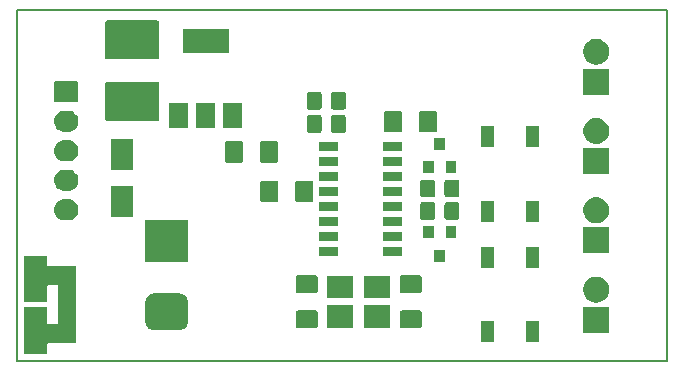
<source format=gbr>
G04 #@! TF.GenerationSoftware,KiCad,Pcbnew,(5.1.0-0)*
G04 #@! TF.CreationDate,2019-04-05T23:49:43+03:00*
G04 #@! TF.ProjectId,curtains-driver,63757274-6169-46e7-932d-647269766572,rev?*
G04 #@! TF.SameCoordinates,Original*
G04 #@! TF.FileFunction,Soldermask,Top*
G04 #@! TF.FilePolarity,Negative*
%FSLAX46Y46*%
G04 Gerber Fmt 4.6, Leading zero omitted, Abs format (unit mm)*
G04 Created by KiCad (PCBNEW (5.1.0-0)) date 2019-04-05 23:49:43*
%MOMM*%
%LPD*%
G04 APERTURE LIST*
%ADD10C,0.150000*%
%ADD11C,0.100000*%
G04 APERTURE END LIST*
D10*
X134000000Y-63754000D02*
X134000000Y-93500000D01*
X78968600Y-63754000D02*
X78968600Y-93472000D01*
X134000000Y-93500000D02*
X78968600Y-93472000D01*
X78968600Y-63754000D02*
X134000000Y-63754000D01*
D11*
G36*
X81525500Y-85333501D02*
G01*
X81527902Y-85357887D01*
X81535015Y-85381336D01*
X81546566Y-85402947D01*
X81562111Y-85421889D01*
X81581053Y-85437434D01*
X81602664Y-85448985D01*
X81626113Y-85456098D01*
X81650499Y-85458500D01*
X83925500Y-85458500D01*
X83925500Y-91960500D01*
X81650499Y-91960500D01*
X81626113Y-91962902D01*
X81602664Y-91970015D01*
X81581053Y-91981566D01*
X81562111Y-91997111D01*
X81546566Y-92016053D01*
X81535015Y-92037664D01*
X81527902Y-92061113D01*
X81525500Y-92085499D01*
X81525500Y-92858000D01*
X79523500Y-92858000D01*
X79523500Y-88911000D01*
X81525500Y-88911000D01*
X81525500Y-90258501D01*
X81527902Y-90282887D01*
X81535015Y-90306336D01*
X81546566Y-90327947D01*
X81562111Y-90346889D01*
X81581053Y-90362434D01*
X81602664Y-90373985D01*
X81626113Y-90381098D01*
X81650499Y-90383500D01*
X82318501Y-90383500D01*
X82342887Y-90381098D01*
X82366336Y-90373985D01*
X82387947Y-90362434D01*
X82406889Y-90346889D01*
X82422434Y-90327947D01*
X82433985Y-90306336D01*
X82441098Y-90282887D01*
X82443500Y-90258501D01*
X82443500Y-87160499D01*
X82441098Y-87136113D01*
X82433985Y-87112664D01*
X82422434Y-87091053D01*
X82406889Y-87072111D01*
X82387947Y-87056566D01*
X82366336Y-87045015D01*
X82342887Y-87037902D01*
X82318501Y-87035500D01*
X81650499Y-87035500D01*
X81626113Y-87037902D01*
X81602664Y-87045015D01*
X81581053Y-87056566D01*
X81562111Y-87072111D01*
X81546566Y-87091053D01*
X81535015Y-87112664D01*
X81527902Y-87136113D01*
X81525500Y-87160499D01*
X81525500Y-88508000D01*
X79523500Y-88508000D01*
X79523500Y-84561000D01*
X81525500Y-84561000D01*
X81525500Y-85333501D01*
X81525500Y-85333501D01*
G37*
G36*
X123126400Y-91884200D02*
G01*
X122024400Y-91884200D01*
X122024400Y-90082200D01*
X123126400Y-90082200D01*
X123126400Y-91884200D01*
X123126400Y-91884200D01*
G37*
G36*
X119326400Y-91884200D02*
G01*
X118224400Y-91884200D01*
X118224400Y-90082200D01*
X119326400Y-90082200D01*
X119326400Y-91884200D01*
X119326400Y-91884200D01*
G37*
G36*
X129091600Y-91067800D02*
G01*
X126889600Y-91067800D01*
X126889600Y-88865800D01*
X129091600Y-88865800D01*
X129091600Y-91067800D01*
X129091600Y-91067800D01*
G37*
G36*
X92857479Y-87775293D02*
G01*
X92991125Y-87815834D01*
X93114284Y-87881664D01*
X93222240Y-87970260D01*
X93310836Y-88078216D01*
X93376666Y-88201375D01*
X93417207Y-88335021D01*
X93431500Y-88480140D01*
X93431500Y-90143860D01*
X93417207Y-90288979D01*
X93376666Y-90422625D01*
X93310836Y-90545784D01*
X93222240Y-90653740D01*
X93114284Y-90742336D01*
X92991125Y-90808166D01*
X92857479Y-90848707D01*
X92712360Y-90863000D01*
X90548640Y-90863000D01*
X90403521Y-90848707D01*
X90269875Y-90808166D01*
X90146716Y-90742336D01*
X90038760Y-90653740D01*
X89950164Y-90545784D01*
X89884334Y-90422625D01*
X89843793Y-90288979D01*
X89829500Y-90143860D01*
X89829500Y-88480140D01*
X89843793Y-88335021D01*
X89884334Y-88201375D01*
X89950164Y-88078216D01*
X90038760Y-87970260D01*
X90146716Y-87881664D01*
X90269875Y-87815834D01*
X90403521Y-87775293D01*
X90548640Y-87761000D01*
X92712360Y-87761000D01*
X92857479Y-87775293D01*
X92857479Y-87775293D01*
G37*
G36*
X104255162Y-89196381D02*
G01*
X104290081Y-89206974D01*
X104322263Y-89224176D01*
X104350473Y-89247327D01*
X104373624Y-89275537D01*
X104390826Y-89307719D01*
X104401419Y-89342638D01*
X104405600Y-89385095D01*
X104405600Y-90526305D01*
X104401419Y-90568762D01*
X104390826Y-90603681D01*
X104373624Y-90635863D01*
X104350473Y-90664073D01*
X104322263Y-90687224D01*
X104290081Y-90704426D01*
X104255162Y-90715019D01*
X104212705Y-90719200D01*
X102746495Y-90719200D01*
X102704038Y-90715019D01*
X102669119Y-90704426D01*
X102636937Y-90687224D01*
X102608727Y-90664073D01*
X102585576Y-90635863D01*
X102568374Y-90603681D01*
X102557781Y-90568762D01*
X102553600Y-90526305D01*
X102553600Y-89385095D01*
X102557781Y-89342638D01*
X102568374Y-89307719D01*
X102585576Y-89275537D01*
X102608727Y-89247327D01*
X102636937Y-89224176D01*
X102669119Y-89206974D01*
X102704038Y-89196381D01*
X102746495Y-89192200D01*
X104212705Y-89192200D01*
X104255162Y-89196381D01*
X104255162Y-89196381D01*
G37*
G36*
X113068962Y-89196381D02*
G01*
X113103881Y-89206974D01*
X113136063Y-89224176D01*
X113164273Y-89247327D01*
X113187424Y-89275537D01*
X113204626Y-89307719D01*
X113215219Y-89342638D01*
X113219400Y-89385095D01*
X113219400Y-90526305D01*
X113215219Y-90568762D01*
X113204626Y-90603681D01*
X113187424Y-90635863D01*
X113164273Y-90664073D01*
X113136063Y-90687224D01*
X113103881Y-90704426D01*
X113068962Y-90715019D01*
X113026505Y-90719200D01*
X111560295Y-90719200D01*
X111517838Y-90715019D01*
X111482919Y-90704426D01*
X111450737Y-90687224D01*
X111422527Y-90664073D01*
X111399376Y-90635863D01*
X111382174Y-90603681D01*
X111371581Y-90568762D01*
X111367400Y-90526305D01*
X111367400Y-89385095D01*
X111371581Y-89342638D01*
X111382174Y-89307719D01*
X111399376Y-89275537D01*
X111422527Y-89247327D01*
X111450737Y-89224176D01*
X111482919Y-89206974D01*
X111517838Y-89196381D01*
X111560295Y-89192200D01*
X113026505Y-89192200D01*
X113068962Y-89196381D01*
X113068962Y-89196381D01*
G37*
G36*
X110524800Y-90669200D02*
G01*
X108322800Y-90669200D01*
X108322800Y-88767200D01*
X110524800Y-88767200D01*
X110524800Y-90669200D01*
X110524800Y-90669200D01*
G37*
G36*
X107424800Y-90669200D02*
G01*
X105222800Y-90669200D01*
X105222800Y-88767200D01*
X107424800Y-88767200D01*
X107424800Y-90669200D01*
X107424800Y-90669200D01*
G37*
G36*
X128151630Y-86336261D02*
G01*
X128311750Y-86368111D01*
X128346671Y-86382576D01*
X128512120Y-86451107D01*
X128692444Y-86571595D01*
X128845805Y-86724956D01*
X128966293Y-86905280D01*
X128966293Y-86905281D01*
X129049289Y-87105650D01*
X129091600Y-87318361D01*
X129091600Y-87535239D01*
X129049289Y-87747950D01*
X129021170Y-87815834D01*
X128966293Y-87948320D01*
X128845805Y-88128644D01*
X128692444Y-88282005D01*
X128512120Y-88402493D01*
X128437262Y-88433500D01*
X128311750Y-88485489D01*
X128205394Y-88506645D01*
X128099040Y-88527800D01*
X127882160Y-88527800D01*
X127775806Y-88506645D01*
X127669450Y-88485489D01*
X127543938Y-88433500D01*
X127469080Y-88402493D01*
X127288756Y-88282005D01*
X127135395Y-88128644D01*
X127014907Y-87948320D01*
X126960030Y-87815834D01*
X126931911Y-87747950D01*
X126889600Y-87535239D01*
X126889600Y-87318361D01*
X126931911Y-87105650D01*
X127014907Y-86905281D01*
X127014907Y-86905280D01*
X127135395Y-86724956D01*
X127288756Y-86571595D01*
X127469080Y-86451107D01*
X127634529Y-86382576D01*
X127669450Y-86368111D01*
X127829570Y-86336261D01*
X127882160Y-86325800D01*
X128099040Y-86325800D01*
X128151630Y-86336261D01*
X128151630Y-86336261D01*
G37*
G36*
X107424800Y-88169200D02*
G01*
X105222800Y-88169200D01*
X105222800Y-86267200D01*
X107424800Y-86267200D01*
X107424800Y-88169200D01*
X107424800Y-88169200D01*
G37*
G36*
X110524800Y-88169200D02*
G01*
X108322800Y-88169200D01*
X108322800Y-86267200D01*
X110524800Y-86267200D01*
X110524800Y-88169200D01*
X110524800Y-88169200D01*
G37*
G36*
X104255162Y-86221381D02*
G01*
X104290081Y-86231974D01*
X104322263Y-86249176D01*
X104350473Y-86272327D01*
X104373624Y-86300537D01*
X104390826Y-86332719D01*
X104401419Y-86367638D01*
X104405600Y-86410095D01*
X104405600Y-87551305D01*
X104401419Y-87593762D01*
X104390826Y-87628681D01*
X104373624Y-87660863D01*
X104350473Y-87689073D01*
X104322263Y-87712224D01*
X104290081Y-87729426D01*
X104255162Y-87740019D01*
X104212705Y-87744200D01*
X102746495Y-87744200D01*
X102704038Y-87740019D01*
X102669119Y-87729426D01*
X102636937Y-87712224D01*
X102608727Y-87689073D01*
X102585576Y-87660863D01*
X102568374Y-87628681D01*
X102557781Y-87593762D01*
X102553600Y-87551305D01*
X102553600Y-86410095D01*
X102557781Y-86367638D01*
X102568374Y-86332719D01*
X102585576Y-86300537D01*
X102608727Y-86272327D01*
X102636937Y-86249176D01*
X102669119Y-86231974D01*
X102704038Y-86221381D01*
X102746495Y-86217200D01*
X104212705Y-86217200D01*
X104255162Y-86221381D01*
X104255162Y-86221381D01*
G37*
G36*
X113068962Y-86221381D02*
G01*
X113103881Y-86231974D01*
X113136063Y-86249176D01*
X113164273Y-86272327D01*
X113187424Y-86300537D01*
X113204626Y-86332719D01*
X113215219Y-86367638D01*
X113219400Y-86410095D01*
X113219400Y-87551305D01*
X113215219Y-87593762D01*
X113204626Y-87628681D01*
X113187424Y-87660863D01*
X113164273Y-87689073D01*
X113136063Y-87712224D01*
X113103881Y-87729426D01*
X113068962Y-87740019D01*
X113026505Y-87744200D01*
X111560295Y-87744200D01*
X111517838Y-87740019D01*
X111482919Y-87729426D01*
X111450737Y-87712224D01*
X111422527Y-87689073D01*
X111399376Y-87660863D01*
X111382174Y-87628681D01*
X111371581Y-87593762D01*
X111367400Y-87551305D01*
X111367400Y-86410095D01*
X111371581Y-86367638D01*
X111382174Y-86332719D01*
X111399376Y-86300537D01*
X111422527Y-86272327D01*
X111450737Y-86249176D01*
X111482919Y-86231974D01*
X111517838Y-86221381D01*
X111560295Y-86217200D01*
X113026505Y-86217200D01*
X113068962Y-86221381D01*
X113068962Y-86221381D01*
G37*
G36*
X123126400Y-85584200D02*
G01*
X122024400Y-85584200D01*
X122024400Y-83782200D01*
X123126400Y-83782200D01*
X123126400Y-85584200D01*
X123126400Y-85584200D01*
G37*
G36*
X119326400Y-85584200D02*
G01*
X118224400Y-85584200D01*
X118224400Y-83782200D01*
X119326400Y-83782200D01*
X119326400Y-85584200D01*
X119326400Y-85584200D01*
G37*
G36*
X93431500Y-85113000D02*
G01*
X89829500Y-85113000D01*
X89829500Y-81511000D01*
X93431500Y-81511000D01*
X93431500Y-85113000D01*
X93431500Y-85113000D01*
G37*
G36*
X115195500Y-85067000D02*
G01*
X114293500Y-85067000D01*
X114293500Y-84065000D01*
X115195500Y-84065000D01*
X115195500Y-85067000D01*
X115195500Y-85067000D01*
G37*
G36*
X111563000Y-84552000D02*
G01*
X109961000Y-84552000D01*
X109961000Y-83850000D01*
X111563000Y-83850000D01*
X111563000Y-84552000D01*
X111563000Y-84552000D01*
G37*
G36*
X106163000Y-84552000D02*
G01*
X104561000Y-84552000D01*
X104561000Y-83850000D01*
X106163000Y-83850000D01*
X106163000Y-84552000D01*
X106163000Y-84552000D01*
G37*
G36*
X129091600Y-84353732D02*
G01*
X126889600Y-84353732D01*
X126889600Y-82151732D01*
X129091600Y-82151732D01*
X129091600Y-84353732D01*
X129091600Y-84353732D01*
G37*
G36*
X111563000Y-83282000D02*
G01*
X109961000Y-83282000D01*
X109961000Y-82580000D01*
X111563000Y-82580000D01*
X111563000Y-83282000D01*
X111563000Y-83282000D01*
G37*
G36*
X106163000Y-83282000D02*
G01*
X104561000Y-83282000D01*
X104561000Y-82580000D01*
X106163000Y-82580000D01*
X106163000Y-83282000D01*
X106163000Y-83282000D01*
G37*
G36*
X114245500Y-83067000D02*
G01*
X113343500Y-83067000D01*
X113343500Y-82065000D01*
X114245500Y-82065000D01*
X114245500Y-83067000D01*
X114245500Y-83067000D01*
G37*
G36*
X116145500Y-83067000D02*
G01*
X115243500Y-83067000D01*
X115243500Y-82065000D01*
X116145500Y-82065000D01*
X116145500Y-83067000D01*
X116145500Y-83067000D01*
G37*
G36*
X111563000Y-82012000D02*
G01*
X109961000Y-82012000D01*
X109961000Y-81310000D01*
X111563000Y-81310000D01*
X111563000Y-82012000D01*
X111563000Y-82012000D01*
G37*
G36*
X106163000Y-82012000D02*
G01*
X104561000Y-82012000D01*
X104561000Y-81310000D01*
X106163000Y-81310000D01*
X106163000Y-82012000D01*
X106163000Y-82012000D01*
G37*
G36*
X128205394Y-79632887D02*
G01*
X128311750Y-79654043D01*
X128512120Y-79737039D01*
X128692444Y-79857527D01*
X128845805Y-80010888D01*
X128966293Y-80191212D01*
X129007791Y-80291397D01*
X129023381Y-80329034D01*
X129049289Y-80391583D01*
X129091600Y-80604292D01*
X129091600Y-80821172D01*
X129049289Y-81033881D01*
X128966293Y-81234252D01*
X128845805Y-81414576D01*
X128692444Y-81567937D01*
X128512120Y-81688425D01*
X128487072Y-81698800D01*
X128311750Y-81771421D01*
X128205394Y-81792577D01*
X128099040Y-81813732D01*
X127882160Y-81813732D01*
X127775805Y-81792576D01*
X127669450Y-81771421D01*
X127494128Y-81698800D01*
X127469080Y-81688425D01*
X127288756Y-81567937D01*
X127135395Y-81414576D01*
X127014907Y-81234252D01*
X126931911Y-81033881D01*
X126889600Y-80821172D01*
X126889600Y-80604292D01*
X126931911Y-80391583D01*
X126957820Y-80329034D01*
X126973409Y-80291397D01*
X127014907Y-80191212D01*
X127135395Y-80010888D01*
X127288756Y-79857527D01*
X127469080Y-79737039D01*
X127669450Y-79654043D01*
X127775806Y-79632887D01*
X127882160Y-79611732D01*
X128099040Y-79611732D01*
X128205394Y-79632887D01*
X128205394Y-79632887D01*
G37*
G36*
X119377200Y-81698800D02*
G01*
X118275200Y-81698800D01*
X118275200Y-79896800D01*
X119377200Y-79896800D01*
X119377200Y-81698800D01*
X119377200Y-81698800D01*
G37*
G36*
X123177200Y-81698800D02*
G01*
X122075200Y-81698800D01*
X122075200Y-79896800D01*
X123177200Y-79896800D01*
X123177200Y-81698800D01*
X123177200Y-81698800D01*
G37*
G36*
X83356942Y-79781018D02*
G01*
X83423127Y-79787537D01*
X83592966Y-79839057D01*
X83749491Y-79922722D01*
X83785229Y-79952052D01*
X83886686Y-80035314D01*
X83948714Y-80110897D01*
X83999278Y-80172509D01*
X84082943Y-80329034D01*
X84134463Y-80498873D01*
X84151859Y-80675500D01*
X84134463Y-80852127D01*
X84082943Y-81021966D01*
X83999278Y-81178491D01*
X83969948Y-81214229D01*
X83886686Y-81315686D01*
X83785937Y-81398367D01*
X83749491Y-81428278D01*
X83592966Y-81511943D01*
X83423127Y-81563463D01*
X83356942Y-81569982D01*
X83290760Y-81576500D01*
X82952240Y-81576500D01*
X82886058Y-81569982D01*
X82819873Y-81563463D01*
X82650034Y-81511943D01*
X82493509Y-81428278D01*
X82457063Y-81398367D01*
X82356314Y-81315686D01*
X82273052Y-81214229D01*
X82243722Y-81178491D01*
X82160057Y-81021966D01*
X82108537Y-80852127D01*
X82091141Y-80675500D01*
X82108537Y-80498873D01*
X82160057Y-80329034D01*
X82243722Y-80172509D01*
X82294286Y-80110897D01*
X82356314Y-80035314D01*
X82457771Y-79952052D01*
X82493509Y-79922722D01*
X82650034Y-79839057D01*
X82819873Y-79787537D01*
X82886058Y-79781018D01*
X82952240Y-79774500D01*
X83290760Y-79774500D01*
X83356942Y-79781018D01*
X83356942Y-79781018D01*
G37*
G36*
X116233174Y-80025465D02*
G01*
X116270867Y-80036899D01*
X116305603Y-80055466D01*
X116336048Y-80080452D01*
X116361034Y-80110897D01*
X116379601Y-80145633D01*
X116391035Y-80183326D01*
X116395500Y-80228661D01*
X116395500Y-81315339D01*
X116391035Y-81360674D01*
X116379601Y-81398367D01*
X116361034Y-81433103D01*
X116336048Y-81463548D01*
X116305603Y-81488534D01*
X116270867Y-81507101D01*
X116233174Y-81518535D01*
X116187839Y-81523000D01*
X115351161Y-81523000D01*
X115305826Y-81518535D01*
X115268133Y-81507101D01*
X115233397Y-81488534D01*
X115202952Y-81463548D01*
X115177966Y-81433103D01*
X115159399Y-81398367D01*
X115147965Y-81360674D01*
X115143500Y-81315339D01*
X115143500Y-80228661D01*
X115147965Y-80183326D01*
X115159399Y-80145633D01*
X115177966Y-80110897D01*
X115202952Y-80080452D01*
X115233397Y-80055466D01*
X115268133Y-80036899D01*
X115305826Y-80025465D01*
X115351161Y-80021000D01*
X116187839Y-80021000D01*
X116233174Y-80025465D01*
X116233174Y-80025465D01*
G37*
G36*
X114183174Y-80025465D02*
G01*
X114220867Y-80036899D01*
X114255603Y-80055466D01*
X114286048Y-80080452D01*
X114311034Y-80110897D01*
X114329601Y-80145633D01*
X114341035Y-80183326D01*
X114345500Y-80228661D01*
X114345500Y-81315339D01*
X114341035Y-81360674D01*
X114329601Y-81398367D01*
X114311034Y-81433103D01*
X114286048Y-81463548D01*
X114255603Y-81488534D01*
X114220867Y-81507101D01*
X114183174Y-81518535D01*
X114137839Y-81523000D01*
X113301161Y-81523000D01*
X113255826Y-81518535D01*
X113218133Y-81507101D01*
X113183397Y-81488534D01*
X113152952Y-81463548D01*
X113127966Y-81433103D01*
X113109399Y-81398367D01*
X113097965Y-81360674D01*
X113093500Y-81315339D01*
X113093500Y-80228661D01*
X113097965Y-80183326D01*
X113109399Y-80145633D01*
X113127966Y-80110897D01*
X113152952Y-80080452D01*
X113183397Y-80055466D01*
X113218133Y-80036899D01*
X113255826Y-80025465D01*
X113301161Y-80021000D01*
X114137839Y-80021000D01*
X114183174Y-80025465D01*
X114183174Y-80025465D01*
G37*
G36*
X88784200Y-81279000D02*
G01*
X86882200Y-81279000D01*
X86882200Y-78677000D01*
X88784200Y-78677000D01*
X88784200Y-81279000D01*
X88784200Y-81279000D01*
G37*
G36*
X111563000Y-80742000D02*
G01*
X109961000Y-80742000D01*
X109961000Y-80040000D01*
X111563000Y-80040000D01*
X111563000Y-80742000D01*
X111563000Y-80742000D01*
G37*
G36*
X106163000Y-80742000D02*
G01*
X104561000Y-80742000D01*
X104561000Y-80040000D01*
X106163000Y-80040000D01*
X106163000Y-80742000D01*
X106163000Y-80742000D01*
G37*
G36*
X100916062Y-78199181D02*
G01*
X100950981Y-78209774D01*
X100983163Y-78226976D01*
X101011373Y-78250127D01*
X101034524Y-78278337D01*
X101051726Y-78310519D01*
X101062319Y-78345438D01*
X101066500Y-78387895D01*
X101066500Y-79854105D01*
X101062319Y-79896562D01*
X101051726Y-79931481D01*
X101034524Y-79963663D01*
X101011373Y-79991873D01*
X100983163Y-80015024D01*
X100950981Y-80032226D01*
X100916062Y-80042819D01*
X100873605Y-80047000D01*
X99732395Y-80047000D01*
X99689938Y-80042819D01*
X99655019Y-80032226D01*
X99622837Y-80015024D01*
X99594627Y-79991873D01*
X99571476Y-79963663D01*
X99554274Y-79931481D01*
X99543681Y-79896562D01*
X99539500Y-79854105D01*
X99539500Y-78387895D01*
X99543681Y-78345438D01*
X99554274Y-78310519D01*
X99571476Y-78278337D01*
X99594627Y-78250127D01*
X99622837Y-78226976D01*
X99655019Y-78209774D01*
X99689938Y-78199181D01*
X99732395Y-78195000D01*
X100873605Y-78195000D01*
X100916062Y-78199181D01*
X100916062Y-78199181D01*
G37*
G36*
X103891062Y-78199181D02*
G01*
X103925981Y-78209774D01*
X103958163Y-78226976D01*
X103986373Y-78250127D01*
X104009524Y-78278337D01*
X104026726Y-78310519D01*
X104037319Y-78345438D01*
X104041500Y-78387895D01*
X104041500Y-79854105D01*
X104037319Y-79896562D01*
X104026726Y-79931481D01*
X104009524Y-79963663D01*
X103986373Y-79991873D01*
X103958163Y-80015024D01*
X103925981Y-80032226D01*
X103891062Y-80042819D01*
X103848605Y-80047000D01*
X102707395Y-80047000D01*
X102664938Y-80042819D01*
X102630019Y-80032226D01*
X102597837Y-80015024D01*
X102569627Y-79991873D01*
X102546476Y-79963663D01*
X102529274Y-79931481D01*
X102518681Y-79896562D01*
X102514500Y-79854105D01*
X102514500Y-78387895D01*
X102518681Y-78345438D01*
X102529274Y-78310519D01*
X102546476Y-78278337D01*
X102569627Y-78250127D01*
X102597837Y-78226976D01*
X102630019Y-78209774D01*
X102664938Y-78199181D01*
X102707395Y-78195000D01*
X103848605Y-78195000D01*
X103891062Y-78199181D01*
X103891062Y-78199181D01*
G37*
G36*
X116233174Y-78120465D02*
G01*
X116270867Y-78131899D01*
X116305603Y-78150466D01*
X116336048Y-78175452D01*
X116361034Y-78205897D01*
X116379601Y-78240633D01*
X116391035Y-78278326D01*
X116395500Y-78323661D01*
X116395500Y-79410339D01*
X116391035Y-79455674D01*
X116379601Y-79493367D01*
X116361034Y-79528103D01*
X116336048Y-79558548D01*
X116305603Y-79583534D01*
X116270867Y-79602101D01*
X116233174Y-79613535D01*
X116187839Y-79618000D01*
X115351161Y-79618000D01*
X115305826Y-79613535D01*
X115268133Y-79602101D01*
X115233397Y-79583534D01*
X115202952Y-79558548D01*
X115177966Y-79528103D01*
X115159399Y-79493367D01*
X115147965Y-79455674D01*
X115143500Y-79410339D01*
X115143500Y-78323661D01*
X115147965Y-78278326D01*
X115159399Y-78240633D01*
X115177966Y-78205897D01*
X115202952Y-78175452D01*
X115233397Y-78150466D01*
X115268133Y-78131899D01*
X115305826Y-78120465D01*
X115351161Y-78116000D01*
X116187839Y-78116000D01*
X116233174Y-78120465D01*
X116233174Y-78120465D01*
G37*
G36*
X114183174Y-78120465D02*
G01*
X114220867Y-78131899D01*
X114255603Y-78150466D01*
X114286048Y-78175452D01*
X114311034Y-78205897D01*
X114329601Y-78240633D01*
X114341035Y-78278326D01*
X114345500Y-78323661D01*
X114345500Y-79410339D01*
X114341035Y-79455674D01*
X114329601Y-79493367D01*
X114311034Y-79528103D01*
X114286048Y-79558548D01*
X114255603Y-79583534D01*
X114220867Y-79602101D01*
X114183174Y-79613535D01*
X114137839Y-79618000D01*
X113301161Y-79618000D01*
X113255826Y-79613535D01*
X113218133Y-79602101D01*
X113183397Y-79583534D01*
X113152952Y-79558548D01*
X113127966Y-79528103D01*
X113109399Y-79493367D01*
X113097965Y-79455674D01*
X113093500Y-79410339D01*
X113093500Y-78323661D01*
X113097965Y-78278326D01*
X113109399Y-78240633D01*
X113127966Y-78205897D01*
X113152952Y-78175452D01*
X113183397Y-78150466D01*
X113218133Y-78131899D01*
X113255826Y-78120465D01*
X113301161Y-78116000D01*
X114137839Y-78116000D01*
X114183174Y-78120465D01*
X114183174Y-78120465D01*
G37*
G36*
X106163000Y-79472000D02*
G01*
X104561000Y-79472000D01*
X104561000Y-78770000D01*
X106163000Y-78770000D01*
X106163000Y-79472000D01*
X106163000Y-79472000D01*
G37*
G36*
X111563000Y-79472000D02*
G01*
X109961000Y-79472000D01*
X109961000Y-78770000D01*
X111563000Y-78770000D01*
X111563000Y-79472000D01*
X111563000Y-79472000D01*
G37*
G36*
X83356943Y-77281019D02*
G01*
X83423127Y-77287537D01*
X83592966Y-77339057D01*
X83749491Y-77422722D01*
X83785229Y-77452052D01*
X83886686Y-77535314D01*
X83969948Y-77636771D01*
X83999278Y-77672509D01*
X84082943Y-77829034D01*
X84134463Y-77998873D01*
X84151859Y-78175500D01*
X84134463Y-78352127D01*
X84082943Y-78521966D01*
X83999278Y-78678491D01*
X83969948Y-78714229D01*
X83886686Y-78815686D01*
X83785229Y-78898948D01*
X83749491Y-78928278D01*
X83592966Y-79011943D01*
X83423127Y-79063463D01*
X83356942Y-79069982D01*
X83290760Y-79076500D01*
X82952240Y-79076500D01*
X82886058Y-79069982D01*
X82819873Y-79063463D01*
X82650034Y-79011943D01*
X82493509Y-78928278D01*
X82457771Y-78898948D01*
X82356314Y-78815686D01*
X82273052Y-78714229D01*
X82243722Y-78678491D01*
X82160057Y-78521966D01*
X82108537Y-78352127D01*
X82091141Y-78175500D01*
X82108537Y-77998873D01*
X82160057Y-77829034D01*
X82243722Y-77672509D01*
X82273052Y-77636771D01*
X82356314Y-77535314D01*
X82457771Y-77452052D01*
X82493509Y-77422722D01*
X82650034Y-77339057D01*
X82819873Y-77287537D01*
X82886057Y-77281019D01*
X82952240Y-77274500D01*
X83290760Y-77274500D01*
X83356943Y-77281019D01*
X83356943Y-77281019D01*
G37*
G36*
X106163000Y-78202000D02*
G01*
X104561000Y-78202000D01*
X104561000Y-77500000D01*
X106163000Y-77500000D01*
X106163000Y-78202000D01*
X106163000Y-78202000D01*
G37*
G36*
X111563000Y-78202000D02*
G01*
X109961000Y-78202000D01*
X109961000Y-77500000D01*
X111563000Y-77500000D01*
X111563000Y-78202000D01*
X111563000Y-78202000D01*
G37*
G36*
X129091600Y-77639666D02*
G01*
X126889600Y-77639666D01*
X126889600Y-75437666D01*
X129091600Y-75437666D01*
X129091600Y-77639666D01*
X129091600Y-77639666D01*
G37*
G36*
X114245500Y-77574000D02*
G01*
X113343500Y-77574000D01*
X113343500Y-76572000D01*
X114245500Y-76572000D01*
X114245500Y-77574000D01*
X114245500Y-77574000D01*
G37*
G36*
X116145500Y-77574000D02*
G01*
X115243500Y-77574000D01*
X115243500Y-76572000D01*
X116145500Y-76572000D01*
X116145500Y-77574000D01*
X116145500Y-77574000D01*
G37*
G36*
X88784200Y-77279000D02*
G01*
X86882200Y-77279000D01*
X86882200Y-74677000D01*
X88784200Y-74677000D01*
X88784200Y-77279000D01*
X88784200Y-77279000D01*
G37*
G36*
X106163000Y-76932000D02*
G01*
X104561000Y-76932000D01*
X104561000Y-76230000D01*
X106163000Y-76230000D01*
X106163000Y-76932000D01*
X106163000Y-76932000D01*
G37*
G36*
X111563000Y-76932000D02*
G01*
X109961000Y-76932000D01*
X109961000Y-76230000D01*
X111563000Y-76230000D01*
X111563000Y-76932000D01*
X111563000Y-76932000D01*
G37*
G36*
X97931562Y-74833681D02*
G01*
X97966481Y-74844274D01*
X97998663Y-74861476D01*
X98026873Y-74884627D01*
X98050024Y-74912837D01*
X98067226Y-74945019D01*
X98077819Y-74979938D01*
X98082000Y-75022395D01*
X98082000Y-76488605D01*
X98077819Y-76531062D01*
X98067226Y-76565981D01*
X98050024Y-76598163D01*
X98026873Y-76626373D01*
X97998663Y-76649524D01*
X97966481Y-76666726D01*
X97931562Y-76677319D01*
X97889105Y-76681500D01*
X96747895Y-76681500D01*
X96705438Y-76677319D01*
X96670519Y-76666726D01*
X96638337Y-76649524D01*
X96610127Y-76626373D01*
X96586976Y-76598163D01*
X96569774Y-76565981D01*
X96559181Y-76531062D01*
X96555000Y-76488605D01*
X96555000Y-75022395D01*
X96559181Y-74979938D01*
X96569774Y-74945019D01*
X96586976Y-74912837D01*
X96610127Y-74884627D01*
X96638337Y-74861476D01*
X96670519Y-74844274D01*
X96705438Y-74833681D01*
X96747895Y-74829500D01*
X97889105Y-74829500D01*
X97931562Y-74833681D01*
X97931562Y-74833681D01*
G37*
G36*
X100906562Y-74833681D02*
G01*
X100941481Y-74844274D01*
X100973663Y-74861476D01*
X101001873Y-74884627D01*
X101025024Y-74912837D01*
X101042226Y-74945019D01*
X101052819Y-74979938D01*
X101057000Y-75022395D01*
X101057000Y-76488605D01*
X101052819Y-76531062D01*
X101042226Y-76565981D01*
X101025024Y-76598163D01*
X101001873Y-76626373D01*
X100973663Y-76649524D01*
X100941481Y-76666726D01*
X100906562Y-76677319D01*
X100864105Y-76681500D01*
X99722895Y-76681500D01*
X99680438Y-76677319D01*
X99645519Y-76666726D01*
X99613337Y-76649524D01*
X99585127Y-76626373D01*
X99561976Y-76598163D01*
X99544774Y-76565981D01*
X99534181Y-76531062D01*
X99530000Y-76488605D01*
X99530000Y-75022395D01*
X99534181Y-74979938D01*
X99544774Y-74945019D01*
X99561976Y-74912837D01*
X99585127Y-74884627D01*
X99613337Y-74861476D01*
X99645519Y-74844274D01*
X99680438Y-74833681D01*
X99722895Y-74829500D01*
X100864105Y-74829500D01*
X100906562Y-74833681D01*
X100906562Y-74833681D01*
G37*
G36*
X83356943Y-74781019D02*
G01*
X83423127Y-74787537D01*
X83592966Y-74839057D01*
X83749491Y-74922722D01*
X83776660Y-74945019D01*
X83886686Y-75035314D01*
X83969948Y-75136771D01*
X83999278Y-75172509D01*
X84082943Y-75329034D01*
X84134463Y-75498873D01*
X84151859Y-75675500D01*
X84134463Y-75852127D01*
X84082943Y-76021966D01*
X83999278Y-76178491D01*
X83969948Y-76214229D01*
X83886686Y-76315686D01*
X83785229Y-76398948D01*
X83749491Y-76428278D01*
X83592966Y-76511943D01*
X83423127Y-76563463D01*
X83356942Y-76569982D01*
X83290760Y-76576500D01*
X82952240Y-76576500D01*
X82886058Y-76569982D01*
X82819873Y-76563463D01*
X82650034Y-76511943D01*
X82493509Y-76428278D01*
X82457771Y-76398948D01*
X82356314Y-76315686D01*
X82273052Y-76214229D01*
X82243722Y-76178491D01*
X82160057Y-76021966D01*
X82108537Y-75852127D01*
X82091141Y-75675500D01*
X82108537Y-75498873D01*
X82160057Y-75329034D01*
X82243722Y-75172509D01*
X82273052Y-75136771D01*
X82356314Y-75035314D01*
X82466340Y-74945019D01*
X82493509Y-74922722D01*
X82650034Y-74839057D01*
X82819873Y-74787537D01*
X82886057Y-74781019D01*
X82952240Y-74774500D01*
X83290760Y-74774500D01*
X83356943Y-74781019D01*
X83356943Y-74781019D01*
G37*
G36*
X111563000Y-75662000D02*
G01*
X109961000Y-75662000D01*
X109961000Y-74960000D01*
X111563000Y-74960000D01*
X111563000Y-75662000D01*
X111563000Y-75662000D01*
G37*
G36*
X106163000Y-75662000D02*
G01*
X104561000Y-75662000D01*
X104561000Y-74960000D01*
X106163000Y-74960000D01*
X106163000Y-75662000D01*
X106163000Y-75662000D01*
G37*
G36*
X115195500Y-75574000D02*
G01*
X114293500Y-75574000D01*
X114293500Y-74572000D01*
X115195500Y-74572000D01*
X115195500Y-75574000D01*
X115195500Y-75574000D01*
G37*
G36*
X119377200Y-75398800D02*
G01*
X118275200Y-75398800D01*
X118275200Y-73596800D01*
X119377200Y-73596800D01*
X119377200Y-75398800D01*
X119377200Y-75398800D01*
G37*
G36*
X123177200Y-75398800D02*
G01*
X122075200Y-75398800D01*
X122075200Y-73596800D01*
X123177200Y-73596800D01*
X123177200Y-75398800D01*
X123177200Y-75398800D01*
G37*
G36*
X128205395Y-72918822D02*
G01*
X128311750Y-72939977D01*
X128411934Y-72981475D01*
X128512120Y-73022973D01*
X128692444Y-73143461D01*
X128845805Y-73296822D01*
X128966293Y-73477146D01*
X128966293Y-73477147D01*
X129049289Y-73677516D01*
X129049483Y-73678491D01*
X129091600Y-73890226D01*
X129091600Y-74107106D01*
X129049289Y-74319815D01*
X128966293Y-74520186D01*
X128845805Y-74700510D01*
X128692444Y-74853871D01*
X128512120Y-74974359D01*
X128462587Y-74994876D01*
X128311750Y-75057355D01*
X128205394Y-75078511D01*
X128099040Y-75099666D01*
X127882160Y-75099666D01*
X127775806Y-75078511D01*
X127669450Y-75057355D01*
X127518613Y-74994876D01*
X127469080Y-74974359D01*
X127288756Y-74853871D01*
X127135395Y-74700510D01*
X127014907Y-74520186D01*
X126931911Y-74319815D01*
X126889600Y-74107106D01*
X126889600Y-73890226D01*
X126931717Y-73678491D01*
X126931911Y-73677516D01*
X127014907Y-73477147D01*
X127014907Y-73477146D01*
X127135395Y-73296822D01*
X127288756Y-73143461D01*
X127469080Y-73022973D01*
X127569266Y-72981475D01*
X127669450Y-72939977D01*
X127775805Y-72918822D01*
X127882160Y-72897666D01*
X128099040Y-72897666D01*
X128205395Y-72918822D01*
X128205395Y-72918822D01*
G37*
G36*
X106631974Y-72659465D02*
G01*
X106669667Y-72670899D01*
X106704403Y-72689466D01*
X106734848Y-72714452D01*
X106759834Y-72744897D01*
X106778401Y-72779633D01*
X106789835Y-72817326D01*
X106794300Y-72862661D01*
X106794300Y-73949339D01*
X106789835Y-73994674D01*
X106778401Y-74032367D01*
X106759834Y-74067103D01*
X106734848Y-74097548D01*
X106704403Y-74122534D01*
X106669667Y-74141101D01*
X106631974Y-74152535D01*
X106586639Y-74157000D01*
X105749961Y-74157000D01*
X105704626Y-74152535D01*
X105666933Y-74141101D01*
X105632197Y-74122534D01*
X105601752Y-74097548D01*
X105576766Y-74067103D01*
X105558199Y-74032367D01*
X105546765Y-73994674D01*
X105542300Y-73949339D01*
X105542300Y-72862661D01*
X105546765Y-72817326D01*
X105558199Y-72779633D01*
X105576766Y-72744897D01*
X105601752Y-72714452D01*
X105632197Y-72689466D01*
X105666933Y-72670899D01*
X105704626Y-72659465D01*
X105749961Y-72655000D01*
X106586639Y-72655000D01*
X106631974Y-72659465D01*
X106631974Y-72659465D01*
G37*
G36*
X104581974Y-72659465D02*
G01*
X104619667Y-72670899D01*
X104654403Y-72689466D01*
X104684848Y-72714452D01*
X104709834Y-72744897D01*
X104728401Y-72779633D01*
X104739835Y-72817326D01*
X104744300Y-72862661D01*
X104744300Y-73949339D01*
X104739835Y-73994674D01*
X104728401Y-74032367D01*
X104709834Y-74067103D01*
X104684848Y-74097548D01*
X104654403Y-74122534D01*
X104619667Y-74141101D01*
X104581974Y-74152535D01*
X104536639Y-74157000D01*
X103699961Y-74157000D01*
X103654626Y-74152535D01*
X103616933Y-74141101D01*
X103582197Y-74122534D01*
X103551752Y-74097548D01*
X103526766Y-74067103D01*
X103508199Y-74032367D01*
X103496765Y-73994674D01*
X103492300Y-73949339D01*
X103492300Y-72862661D01*
X103496765Y-72817326D01*
X103508199Y-72779633D01*
X103526766Y-72744897D01*
X103551752Y-72714452D01*
X103582197Y-72689466D01*
X103616933Y-72670899D01*
X103654626Y-72659465D01*
X103699961Y-72655000D01*
X104536639Y-72655000D01*
X104581974Y-72659465D01*
X104581974Y-72659465D01*
G37*
G36*
X114368562Y-72280981D02*
G01*
X114403481Y-72291574D01*
X114435663Y-72308776D01*
X114463873Y-72331927D01*
X114487024Y-72360137D01*
X114504226Y-72392319D01*
X114514819Y-72427238D01*
X114519000Y-72469695D01*
X114519000Y-73935905D01*
X114514819Y-73978362D01*
X114504226Y-74013281D01*
X114487024Y-74045463D01*
X114463873Y-74073673D01*
X114435663Y-74096824D01*
X114403481Y-74114026D01*
X114368562Y-74124619D01*
X114326105Y-74128800D01*
X113184895Y-74128800D01*
X113142438Y-74124619D01*
X113107519Y-74114026D01*
X113075337Y-74096824D01*
X113047127Y-74073673D01*
X113023976Y-74045463D01*
X113006774Y-74013281D01*
X112996181Y-73978362D01*
X112992000Y-73935905D01*
X112992000Y-72469695D01*
X112996181Y-72427238D01*
X113006774Y-72392319D01*
X113023976Y-72360137D01*
X113047127Y-72331927D01*
X113075337Y-72308776D01*
X113107519Y-72291574D01*
X113142438Y-72280981D01*
X113184895Y-72276800D01*
X114326105Y-72276800D01*
X114368562Y-72280981D01*
X114368562Y-72280981D01*
G37*
G36*
X111393562Y-72280981D02*
G01*
X111428481Y-72291574D01*
X111460663Y-72308776D01*
X111488873Y-72331927D01*
X111512024Y-72360137D01*
X111529226Y-72392319D01*
X111539819Y-72427238D01*
X111544000Y-72469695D01*
X111544000Y-73935905D01*
X111539819Y-73978362D01*
X111529226Y-74013281D01*
X111512024Y-74045463D01*
X111488873Y-74073673D01*
X111460663Y-74096824D01*
X111428481Y-74114026D01*
X111393562Y-74124619D01*
X111351105Y-74128800D01*
X110209895Y-74128800D01*
X110167438Y-74124619D01*
X110132519Y-74114026D01*
X110100337Y-74096824D01*
X110072127Y-74073673D01*
X110048976Y-74045463D01*
X110031774Y-74013281D01*
X110021181Y-73978362D01*
X110017000Y-73935905D01*
X110017000Y-72469695D01*
X110021181Y-72427238D01*
X110031774Y-72392319D01*
X110048976Y-72360137D01*
X110072127Y-72331927D01*
X110100337Y-72308776D01*
X110132519Y-72291574D01*
X110167438Y-72280981D01*
X110209895Y-72276800D01*
X111351105Y-72276800D01*
X111393562Y-72280981D01*
X111393562Y-72280981D01*
G37*
G36*
X83356562Y-72280981D02*
G01*
X83423127Y-72287537D01*
X83592966Y-72339057D01*
X83749491Y-72422722D01*
X83785229Y-72452052D01*
X83886686Y-72535314D01*
X83969948Y-72636771D01*
X83999278Y-72672509D01*
X84082943Y-72829034D01*
X84134463Y-72998873D01*
X84151859Y-73175500D01*
X84134463Y-73352127D01*
X84082943Y-73521966D01*
X83999278Y-73678491D01*
X83969948Y-73714229D01*
X83886686Y-73815686D01*
X83802436Y-73884827D01*
X83749491Y-73928278D01*
X83592966Y-74011943D01*
X83423127Y-74063463D01*
X83356942Y-74069982D01*
X83290760Y-74076500D01*
X82952240Y-74076500D01*
X82886058Y-74069982D01*
X82819873Y-74063463D01*
X82650034Y-74011943D01*
X82493509Y-73928278D01*
X82440564Y-73884827D01*
X82356314Y-73815686D01*
X82273052Y-73714229D01*
X82243722Y-73678491D01*
X82160057Y-73521966D01*
X82108537Y-73352127D01*
X82091141Y-73175500D01*
X82108537Y-72998873D01*
X82160057Y-72829034D01*
X82243722Y-72672509D01*
X82273052Y-72636771D01*
X82356314Y-72535314D01*
X82457771Y-72452052D01*
X82493509Y-72422722D01*
X82650034Y-72339057D01*
X82819873Y-72287537D01*
X82886438Y-72280981D01*
X82952240Y-72274500D01*
X83290760Y-72274500D01*
X83356562Y-72280981D01*
X83356562Y-72280981D01*
G37*
G36*
X93433500Y-73733500D02*
G01*
X91831500Y-73733500D01*
X91831500Y-71631500D01*
X93433500Y-71631500D01*
X93433500Y-73733500D01*
X93433500Y-73733500D01*
G37*
G36*
X95733500Y-73733500D02*
G01*
X94131500Y-73733500D01*
X94131500Y-71631500D01*
X95733500Y-71631500D01*
X95733500Y-73733500D01*
X95733500Y-73733500D01*
G37*
G36*
X98033500Y-73733500D02*
G01*
X96431500Y-73733500D01*
X96431500Y-71631500D01*
X98033500Y-71631500D01*
X98033500Y-73733500D01*
X98033500Y-73733500D01*
G37*
G36*
X90862631Y-69850023D02*
G01*
X90891128Y-69858667D01*
X90917389Y-69872704D01*
X90940406Y-69891594D01*
X90959296Y-69914611D01*
X90973333Y-69940872D01*
X90981977Y-69969369D01*
X90985500Y-70005140D01*
X90985500Y-72989860D01*
X90981977Y-73025631D01*
X90973333Y-73054128D01*
X90959296Y-73080389D01*
X90940406Y-73103406D01*
X90917389Y-73122296D01*
X90891128Y-73136333D01*
X90862631Y-73144977D01*
X90826860Y-73148500D01*
X86592140Y-73148500D01*
X86556369Y-73144977D01*
X86527872Y-73136333D01*
X86501611Y-73122296D01*
X86478594Y-73103406D01*
X86459704Y-73080389D01*
X86445667Y-73054128D01*
X86437023Y-73025631D01*
X86433500Y-72989860D01*
X86433500Y-70005140D01*
X86437023Y-69969369D01*
X86445667Y-69940872D01*
X86459704Y-69914611D01*
X86478594Y-69891594D01*
X86501611Y-69872704D01*
X86527872Y-69858667D01*
X86556369Y-69850023D01*
X86592140Y-69846500D01*
X90826860Y-69846500D01*
X90862631Y-69850023D01*
X90862631Y-69850023D01*
G37*
G36*
X106631974Y-70690965D02*
G01*
X106669667Y-70702399D01*
X106704403Y-70720966D01*
X106734848Y-70745952D01*
X106759834Y-70776397D01*
X106778401Y-70811133D01*
X106789835Y-70848826D01*
X106794300Y-70894161D01*
X106794300Y-71980839D01*
X106789835Y-72026174D01*
X106778401Y-72063867D01*
X106759834Y-72098603D01*
X106734848Y-72129048D01*
X106704403Y-72154034D01*
X106669667Y-72172601D01*
X106631974Y-72184035D01*
X106586639Y-72188500D01*
X105749961Y-72188500D01*
X105704626Y-72184035D01*
X105666933Y-72172601D01*
X105632197Y-72154034D01*
X105601752Y-72129048D01*
X105576766Y-72098603D01*
X105558199Y-72063867D01*
X105546765Y-72026174D01*
X105542300Y-71980839D01*
X105542300Y-70894161D01*
X105546765Y-70848826D01*
X105558199Y-70811133D01*
X105576766Y-70776397D01*
X105601752Y-70745952D01*
X105632197Y-70720966D01*
X105666933Y-70702399D01*
X105704626Y-70690965D01*
X105749961Y-70686500D01*
X106586639Y-70686500D01*
X106631974Y-70690965D01*
X106631974Y-70690965D01*
G37*
G36*
X104581974Y-70690965D02*
G01*
X104619667Y-70702399D01*
X104654403Y-70720966D01*
X104684848Y-70745952D01*
X104709834Y-70776397D01*
X104728401Y-70811133D01*
X104739835Y-70848826D01*
X104744300Y-70894161D01*
X104744300Y-71980839D01*
X104739835Y-72026174D01*
X104728401Y-72063867D01*
X104709834Y-72098603D01*
X104684848Y-72129048D01*
X104654403Y-72154034D01*
X104619667Y-72172601D01*
X104581974Y-72184035D01*
X104536639Y-72188500D01*
X103699961Y-72188500D01*
X103654626Y-72184035D01*
X103616933Y-72172601D01*
X103582197Y-72154034D01*
X103551752Y-72129048D01*
X103526766Y-72098603D01*
X103508199Y-72063867D01*
X103496765Y-72026174D01*
X103492300Y-71980839D01*
X103492300Y-70894161D01*
X103496765Y-70848826D01*
X103508199Y-70811133D01*
X103526766Y-70776397D01*
X103551752Y-70745952D01*
X103582197Y-70720966D01*
X103616933Y-70702399D01*
X103654626Y-70690965D01*
X103699961Y-70686500D01*
X104536639Y-70686500D01*
X104581974Y-70690965D01*
X104581974Y-70690965D01*
G37*
G36*
X84005198Y-69778487D02*
G01*
X84038224Y-69788505D01*
X84068659Y-69804773D01*
X84095335Y-69826665D01*
X84117227Y-69853341D01*
X84133495Y-69883776D01*
X84143513Y-69916802D01*
X84147500Y-69957284D01*
X84147500Y-71393716D01*
X84143513Y-71434198D01*
X84133495Y-71467224D01*
X84117227Y-71497659D01*
X84095335Y-71524335D01*
X84068659Y-71546227D01*
X84038224Y-71562495D01*
X84005198Y-71572513D01*
X83964716Y-71576500D01*
X82278284Y-71576500D01*
X82237802Y-71572513D01*
X82204776Y-71562495D01*
X82174341Y-71546227D01*
X82147665Y-71524335D01*
X82125773Y-71497659D01*
X82109505Y-71467224D01*
X82099487Y-71434198D01*
X82095500Y-71393716D01*
X82095500Y-69957284D01*
X82099487Y-69916802D01*
X82109505Y-69883776D01*
X82125773Y-69853341D01*
X82147665Y-69826665D01*
X82174341Y-69804773D01*
X82204776Y-69788505D01*
X82237802Y-69778487D01*
X82278284Y-69774500D01*
X83964716Y-69774500D01*
X84005198Y-69778487D01*
X84005198Y-69778487D01*
G37*
G36*
X129091600Y-70925600D02*
G01*
X126889600Y-70925600D01*
X126889600Y-68723600D01*
X129091600Y-68723600D01*
X129091600Y-70925600D01*
X129091600Y-70925600D01*
G37*
G36*
X128205394Y-66204755D02*
G01*
X128311750Y-66225911D01*
X128512120Y-66308907D01*
X128692444Y-66429395D01*
X128845805Y-66582756D01*
X128966293Y-66763080D01*
X129049289Y-66963451D01*
X129091600Y-67176160D01*
X129091600Y-67393040D01*
X129049289Y-67605749D01*
X128966293Y-67806120D01*
X128845805Y-67986444D01*
X128692444Y-68139805D01*
X128512120Y-68260293D01*
X128411934Y-68301791D01*
X128311750Y-68343289D01*
X128205395Y-68364444D01*
X128099040Y-68385600D01*
X127882160Y-68385600D01*
X127775805Y-68364444D01*
X127669450Y-68343289D01*
X127469080Y-68260293D01*
X127288756Y-68139805D01*
X127135395Y-67986444D01*
X127014907Y-67806120D01*
X126931911Y-67605749D01*
X126889600Y-67393040D01*
X126889600Y-67176160D01*
X126931911Y-66963451D01*
X127014907Y-66763080D01*
X127135395Y-66582756D01*
X127288756Y-66429395D01*
X127469080Y-66308907D01*
X127669450Y-66225911D01*
X127775806Y-66204755D01*
X127882160Y-66183600D01*
X128099040Y-66183600D01*
X128205394Y-66204755D01*
X128205394Y-66204755D01*
G37*
G36*
X90862631Y-64650023D02*
G01*
X90891128Y-64658667D01*
X90917389Y-64672704D01*
X90940406Y-64691594D01*
X90959296Y-64714611D01*
X90973333Y-64740872D01*
X90981977Y-64769369D01*
X90985500Y-64805140D01*
X90985500Y-67789860D01*
X90981977Y-67825631D01*
X90973333Y-67854128D01*
X90959296Y-67880389D01*
X90940406Y-67903406D01*
X90917389Y-67922296D01*
X90891128Y-67936333D01*
X90862631Y-67944977D01*
X90826860Y-67948500D01*
X86592140Y-67948500D01*
X86556369Y-67944977D01*
X86527872Y-67936333D01*
X86501611Y-67922296D01*
X86478594Y-67903406D01*
X86459704Y-67880389D01*
X86445667Y-67854128D01*
X86437023Y-67825631D01*
X86433500Y-67789860D01*
X86433500Y-64805140D01*
X86437023Y-64769369D01*
X86445667Y-64740872D01*
X86459704Y-64714611D01*
X86478594Y-64691594D01*
X86501611Y-64672704D01*
X86527872Y-64658667D01*
X86556369Y-64650023D01*
X86592140Y-64646500D01*
X90826860Y-64646500D01*
X90862631Y-64650023D01*
X90862631Y-64650023D01*
G37*
G36*
X96883500Y-67433500D02*
G01*
X92981500Y-67433500D01*
X92981500Y-65331500D01*
X96883500Y-65331500D01*
X96883500Y-67433500D01*
X96883500Y-67433500D01*
G37*
M02*

</source>
